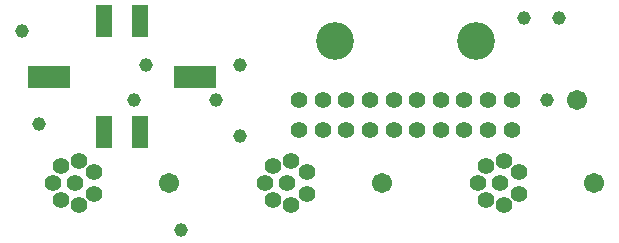
<source format=gbs>
G75*
G70*
%OFA0B0*%
%FSLAX24Y24*%
%IPPOS*%
%LPD*%
%AMOC8*
5,1,8,0,0,1.08239X$1,22.5*
%
%ADD10C,0.1261*%
%ADD11C,0.0552*%
%ADD12C,0.0671*%
%ADD13R,0.0580X0.1080*%
%ADD14R,0.1430X0.0730*%
%ADD15C,0.0456*%
D10*
X029822Y007581D03*
X034546Y007581D03*
D11*
X034152Y005613D03*
X033365Y005613D03*
X032578Y005613D03*
X031790Y005613D03*
X031003Y005613D03*
X030215Y005613D03*
X029428Y005613D03*
X028641Y005613D03*
X028641Y004628D03*
X029428Y004628D03*
X030215Y004628D03*
X031003Y004628D03*
X031790Y004628D03*
X032578Y004628D03*
X033365Y004628D03*
X034152Y004628D03*
X034940Y004628D03*
X035727Y004628D03*
X035727Y005613D03*
X034940Y005613D03*
X035471Y003585D03*
X034861Y003428D03*
X034605Y002857D03*
X035334Y002857D03*
X035983Y003211D03*
X035983Y002502D03*
X035471Y002128D03*
X034861Y002286D03*
X028897Y002502D03*
X028385Y002128D03*
X027774Y002286D03*
X027519Y002857D03*
X027774Y003428D03*
X028385Y003585D03*
X028897Y003211D03*
X028247Y002857D03*
X021810Y002502D03*
X021298Y002128D03*
X020688Y002286D03*
X020432Y002857D03*
X020688Y003428D03*
X021298Y003585D03*
X021810Y003211D03*
X021160Y002857D03*
D12*
X024310Y002857D03*
X031397Y002857D03*
X037893Y005613D03*
X038483Y002857D03*
D13*
X023326Y004550D03*
X022145Y004550D03*
X022145Y008250D03*
X023326Y008250D03*
D14*
X025155Y006400D03*
X020315Y006400D03*
D15*
X019389Y007916D03*
X023129Y005613D03*
X023523Y006794D03*
X025885Y005613D03*
X026672Y004431D03*
X026672Y006794D03*
X019979Y004825D03*
X024704Y001282D03*
X036121Y008369D03*
X037302Y008369D03*
X036908Y005613D03*
M02*

</source>
